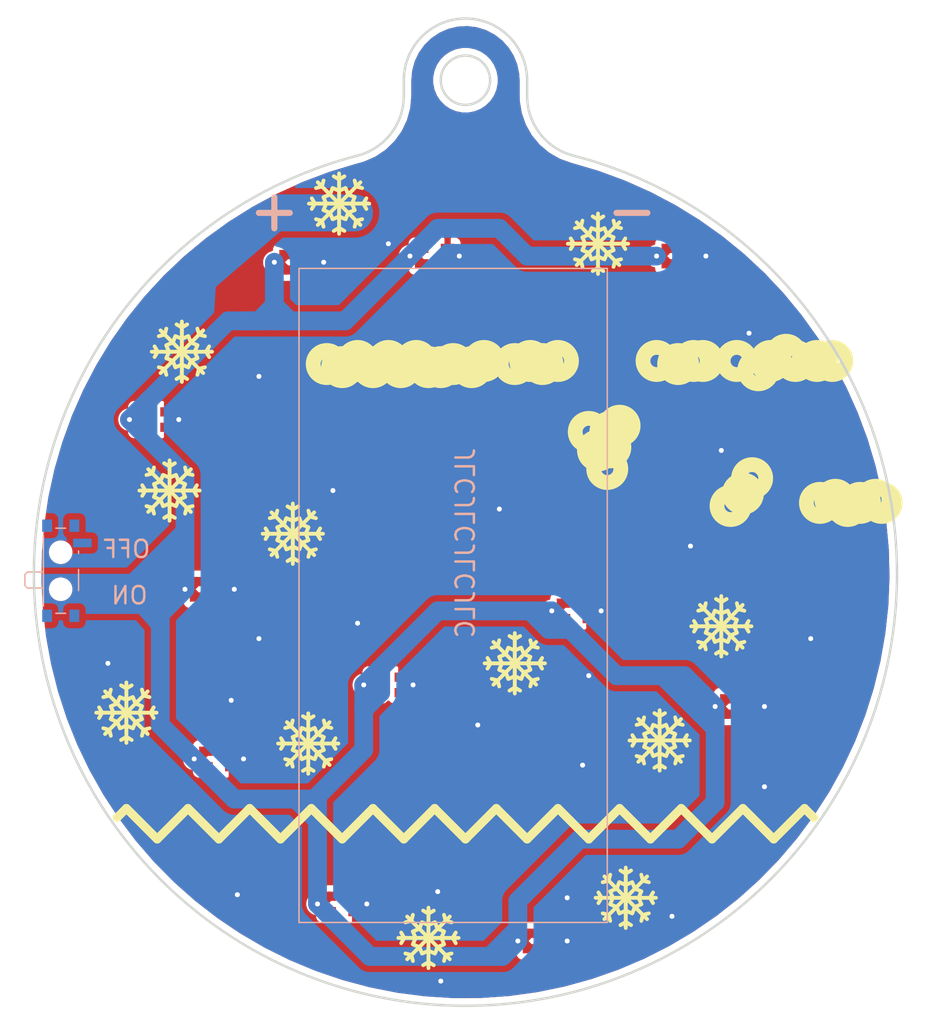
<source format=kicad_pcb>
(kicad_pcb (version 20171130) (host pcbnew "(5.1.10)-1")
  (layers (0 F.Cu signal) (31 B.Cu signal) (34 B.Paste user) (35 F.Paste user) (36 B.SilkS user) (37 F.SilkS user) (38 B.Mask user) (39 F.Mask user) (44 Edge.Cuts user))
  (net 0 "")
  (net 1 "Net-(D1-Pad1)")
  (net 2 "Net-(SW1-Pad3)")
  (net 3 VCC)
  (net 4 GND)
  (module TVZ_kuglica:ukras1 (layer F.Cu) (at 114 82)
    (fp_text reference G*** hide)
    (fp_text value LOGO hide)
  )
  (module TVZ_kuglica:BAT-2xAAA-horizontalni_padovi (layer B.Cu) (at 136.5 101.75)
    (fp_text reference BT1 hide)
    (fp_text value 2xAAA)
    (pad 1 smd oval (at -10 -31 90) (size 3 6) (layers B.Cu B.Paste B.Mask) (net 3 VCC))
    (pad 2 smd oval (at 9 -31 270) (size 3 6) (layers B.Cu B.Paste B.Mask) (net 4 GND))
  )
  (module TVZ_kuglica:ukras1 (layer F.Cu) (at 150 126.25)
    (fp_text reference G*** hide)
    (fp_text value LOGO hide)
  )
  (module TVZ_kuglica:ukras1 (layer F.Cu) (at 134 129.5)
    (fp_text reference G*** hide)
    (fp_text value LOGO hide)
  )
  (module TVZ_kuglica:ukras1 (layer F.Cu) (at 147.75 73.25)
    (fp_text reference G*** hide)
    (fp_text value LOGO hide)
  )
  (module TVZ_kuglica:ukras3 (layer F.Cu) (at 137 68.75)
    (fp_text reference G*** hide)
    (fp_text value LOGO hide)
  )
  (module TVZ_kuglica:ukras1 (layer F.Cu) (at 152.75 113.5)
    (fp_text reference G*** hide)
    (fp_text value LOGO hide)
  )
  (module TVZ_kuglica:ukras1 (layer F.Cu) (at 157.75 104.25)
    (fp_text reference G*** hide)
    (fp_text value LOGO hide)
  )
  (module TVZ_kuglica:ukras1 (layer F.Cu) (at 141 107.25)
    (fp_text reference G*** hide)
    (fp_text value LOGO hide)
  )
  (module TVZ_kuglica:ukras1 (layer F.Cu) (at 124.25 113.75)
    (fp_text reference G*** hide)
    (fp_text value LOGO hide)
  )
  (module TVZ_kuglica:ukras1 (layer F.Cu) (at 109.5 111.25)
    (fp_text reference G*** hide)
    (fp_text value LOGO hide)
  )
  (module TVZ_kuglica:ukras1 (layer F.Cu) (at 123 96.75)
    (fp_text reference G*** hide)
    (fp_text value LOGO hide)
  )
  (module TVZ_kuglica:ukras1 (layer F.Cu) (at 113 93.25)
    (fp_text reference G*** hide)
    (fp_text value LOGO hide)
  )
  (module TVZ_kuglica:ukras1 (layer F.Cu) (at 126.75 70)
    (fp_text reference G*** hide)
    (fp_text value LOGO hide)
  )
  (module Button_Switch_SMD:SW_SPDT_PCM12 (layer B.Cu) (at 104.5 99.75 90)
    (fp_text reference SW1 hide)
    (fp_text value SW_SPDT)
    (pad "" np_thru_hole circle (at -1.5 -0.33 90) (size 0.9 0.9) (drill 0.9) (layers *.Cu *.Mask))
    (pad "" np_thru_hole circle (at 1.5 -0.33 90) (size 0.9 0.9) (drill 0.9) (layers *.Cu *.Mask))
    (pad 1 smd rect (at -2.25 1.43 90) (size 0.7 1.5) (layers B.Cu B.Paste B.Mask) (net 1 "Net-(D1-Pad1)"))
    (pad 2 smd rect (at 0.75 1.43 90) (size 0.7 1.5) (layers B.Cu B.Paste B.Mask) (net 3 VCC))
    (pad 3 smd rect (at 2.25 1.43 90) (size 0.7 1.5) (layers B.Cu B.Paste B.Mask) (net 2 "Net-(SW1-Pad3)"))
    (pad "" smd rect (at -3.65 -1.43 90) (size 1 0.8) (layers B.Cu B.Paste B.Mask))
    (pad "" smd rect (at 3.65 -1.43 90) (size 1 0.8) (layers B.Cu B.Paste B.Mask))
    (pad "" smd rect (at 3.65 0.78 90) (size 1 0.8) (layers B.Cu B.Paste B.Mask))
    (pad "" smd rect (at -3.65 0.78 90) (size 1 0.8) (layers B.Cu B.Paste B.Mask))
  )
  (module TVZ_kuglica:LED-0807 (layer F.Cu) (at 111.75 87.5)
    (fp_text reference D1 hide)
    (fp_text value RGB)
    (pad 1 smd rect (at -1.05 -0.625) (size 1.1 0.75) (layers F.Cu F.Paste F.Mask) (net 1 "Net-(D1-Pad1)"))
    (pad 2 smd rect (at 1.05 -0.625) (size 1.1 0.75) (layers F.Cu F.Paste F.Mask) (net 4 GND))
    (pad 1 smd rect (at -1.05 0.625) (size 1.1 0.75) (layers F.Cu F.Paste F.Mask) (net 1 "Net-(D1-Pad1)"))
    (pad 2 smd rect (at 1.05 0.625) (size 1.1 0.75) (layers F.Cu F.Paste F.Mask) (net 4 GND))
  )
  (module TVZ_kuglica:LED-0807 (layer F.Cu) (at 123.5 74.75)
    (fp_text reference D2 hide)
    (fp_text value RGB)
    (pad 2 smd rect (at 1.05 0.625) (size 1.1 0.75) (layers F.Cu F.Paste F.Mask) (net 4 GND))
    (pad 1 smd rect (at -1.05 0.625) (size 1.1 0.75) (layers F.Cu F.Paste F.Mask) (net 1 "Net-(D1-Pad1)"))
    (pad 2 smd rect (at 1.05 -0.625) (size 1.1 0.75) (layers F.Cu F.Paste F.Mask) (net 4 GND))
    (pad 1 smd rect (at -1.05 -0.625) (size 1.1 0.75) (layers F.Cu F.Paste F.Mask) (net 1 "Net-(D1-Pad1)"))
  )
  (module TVZ_kuglica:LED-0807 (layer F.Cu) (at 154.5 74.25)
    (fp_text reference D3 hide)
    (fp_text value RGB)
    (pad 1 smd rect (at -1.05 -0.625) (size 1.1 0.75) (layers F.Cu F.Paste F.Mask) (net 1 "Net-(D1-Pad1)"))
    (pad 2 smd rect (at 1.05 -0.625) (size 1.1 0.75) (layers F.Cu F.Paste F.Mask) (net 4 GND))
    (pad 1 smd rect (at -1.05 0.625) (size 1.1 0.75) (layers F.Cu F.Paste F.Mask) (net 1 "Net-(D1-Pad1)"))
    (pad 2 smd rect (at 1.05 0.625) (size 1.1 0.75) (layers F.Cu F.Paste F.Mask) (net 4 GND))
  )
  (module TVZ_kuglica:LED-0807 (layer F.Cu) (at 130.75 109)
    (fp_text reference D4 hide)
    (fp_text value RGB)
    (pad 2 smd rect (at 1.05 0.625) (size 1.1 0.75) (layers F.Cu F.Paste F.Mask) (net 4 GND))
    (pad 1 smd rect (at -1.05 0.625) (size 1.1 0.75) (layers F.Cu F.Paste F.Mask) (net 1 "Net-(D1-Pad1)"))
    (pad 2 smd rect (at 1.05 -0.625) (size 1.1 0.75) (layers F.Cu F.Paste F.Mask) (net 4 GND))
    (pad 1 smd rect (at -1.05 -0.625) (size 1.1 0.75) (layers F.Cu F.Paste F.Mask) (net 1 "Net-(D1-Pad1)"))
  )
  (module TVZ_kuglica:LED-0807 (layer F.Cu) (at 117 115)
    (fp_text reference D5 hide)
    (fp_text value RGB)
    (pad 1 smd rect (at -1.05 -0.625) (size 1.1 0.75) (layers F.Cu F.Paste F.Mask) (net 1 "Net-(D1-Pad1)"))
    (pad 2 smd rect (at 1.05 -0.625) (size 1.1 0.75) (layers F.Cu F.Paste F.Mask) (net 4 GND))
    (pad 1 smd rect (at -1.05 0.625) (size 1.1 0.75) (layers F.Cu F.Paste F.Mask) (net 1 "Net-(D1-Pad1)"))
    (pad 2 smd rect (at 1.05 0.625) (size 1.1 0.75) (layers F.Cu F.Paste F.Mask) (net 4 GND))
  )
  (module TVZ_kuglica:LED-0807 (layer F.Cu) (at 116.25 101.25)
    (fp_text reference D6 hide)
    (fp_text value RGB)
    (pad 2 smd rect (at 1.05 0.625) (size 1.1 0.75) (layers F.Cu F.Paste F.Mask) (net 4 GND))
    (pad 1 smd rect (at -1.05 0.625) (size 1.1 0.75) (layers F.Cu F.Paste F.Mask) (net 1 "Net-(D1-Pad1)"))
    (pad 2 smd rect (at 1.05 -0.625) (size 1.1 0.75) (layers F.Cu F.Paste F.Mask) (net 4 GND))
    (pad 1 smd rect (at -1.05 -0.625) (size 1.1 0.75) (layers F.Cu F.Paste F.Mask) (net 1 "Net-(D1-Pad1)"))
  )
  (module TVZ_kuglica:LED-0807 (layer F.Cu) (at 143.25 129.75)
    (fp_text reference D7 hide)
    (fp_text value RGB)
    (pad 1 smd rect (at -1.05 -0.625) (size 1.1 0.75) (layers F.Cu F.Paste F.Mask) (net 1 "Net-(D1-Pad1)"))
    (pad 2 smd rect (at 1.05 -0.625) (size 1.1 0.75) (layers F.Cu F.Paste F.Mask) (net 4 GND))
    (pad 1 smd rect (at -1.05 0.625) (size 1.1 0.75) (layers F.Cu F.Paste F.Mask) (net 1 "Net-(D1-Pad1)"))
    (pad 2 smd rect (at 1.05 0.625) (size 1.1 0.75) (layers F.Cu F.Paste F.Mask) (net 4 GND))
  )
  (module TVZ_kuglica:LED-0807 (layer F.Cu) (at 159.25 110.75)
    (fp_text reference D8 hide)
    (fp_text value RGB)
    (pad 2 smd rect (at 1.05 0.625) (size 1.1 0.75) (layers F.Cu F.Paste F.Mask) (net 4 GND))
    (pad 1 smd rect (at -1.05 0.625) (size 1.1 0.75) (layers F.Cu F.Paste F.Mask) (net 1 "Net-(D1-Pad1)"))
    (pad 2 smd rect (at 1.05 -0.625) (size 1.1 0.75) (layers F.Cu F.Paste F.Mask) (net 4 GND))
    (pad 1 smd rect (at -1.05 -0.625) (size 1.1 0.75) (layers F.Cu F.Paste F.Mask) (net 1 "Net-(D1-Pad1)"))
  )
  (module TVZ_kuglica:LED-0807 (layer F.Cu) (at 134.5 74.25)
    (fp_text reference D9 hide)
    (fp_text value RGB)
    (pad 1 smd rect (at -1.05 -0.625) (size 1.1 0.75) (layers F.Cu F.Paste F.Mask) (net 1 "Net-(D1-Pad1)"))
    (pad 2 smd rect (at 1.05 -0.625) (size 1.1 0.75) (layers F.Cu F.Paste F.Mask) (net 4 GND))
    (pad 1 smd rect (at -1.05 0.625) (size 1.1 0.75) (layers F.Cu F.Paste F.Mask) (net 1 "Net-(D1-Pad1)"))
    (pad 2 smd rect (at 1.05 0.625) (size 1.1 0.75) (layers F.Cu F.Paste F.Mask) (net 4 GND))
  )
  (module TVZ_kuglica:LED-0807 (layer F.Cu) (at 146 103)
    (fp_text reference D10 hide)
    (fp_text value RGB)
    (pad 2 smd rect (at 1.05 0.625) (size 1.1 0.75) (layers F.Cu F.Paste F.Mask) (net 4 GND))
    (pad 1 smd rect (at -1.05 0.625) (size 1.1 0.75) (layers F.Cu F.Paste F.Mask) (net 1 "Net-(D1-Pad1)"))
    (pad 2 smd rect (at 1.05 -0.625) (size 1.1 0.75) (layers F.Cu F.Paste F.Mask) (net 4 GND))
    (pad 1 smd rect (at -1.05 -0.625) (size 1.1 0.75) (layers F.Cu F.Paste F.Mask) (net 1 "Net-(D1-Pad1)"))
  )
  (module TVZ_kuglica:LED-0807 (layer F.Cu) (at 127 126.75)
    (fp_text reference D11 hide)
    (fp_text value RGB)
    (pad 1 smd rect (at -1.05 -0.625) (size 1.1 0.75) (layers F.Cu F.Paste F.Mask) (net 1 "Net-(D1-Pad1)"))
    (pad 2 smd rect (at 1.05 -0.625) (size 1.1 0.75) (layers F.Cu F.Paste F.Mask) (net 4 GND))
    (pad 1 smd rect (at -1.05 0.625) (size 1.1 0.75) (layers F.Cu F.Paste F.Mask) (net 1 "Net-(D1-Pad1)"))
    (pad 2 smd rect (at 1.05 0.625) (size 1.1 0.75) (layers F.Cu F.Paste F.Mask) (net 4 GND))
  )
  (gr_circle (center 149.5 88) (end 150 88) (layer F.SilkS) (width 1.2))
  (gr_circle (center 148.75 88.5) (end 149.25 88.5) (layer F.SilkS) (width 1.2))
  (gr_circle (center 147 88.5) (end 147.5 88.5) (layer F.SilkS) (width 1.2))
  (gr_circle (center 148.75 89.75) (end 149.25 89.75) (layer F.SilkS) (width 1.2))
  (gr_circle (center 147.75 90) (end 148.25 90) (layer F.SilkS) (width 1.2))
  (gr_circle (center 148.5 91.5) (end 149 91.5) (layer F.SilkS) (width 1.2))
  (gr_circle (center 156.25 82.75) (end 156.75 82.75) (layer F.SilkS) (width 1.2))
  (gr_circle (center 155.5 82.75) (end 156 82.75) (layer F.SilkS) (width 1.2))
  (gr_circle (center 154.25 83) (end 154.75 83) (layer F.SilkS) (width 1.2))
  (gr_circle (center 152.5 82.75) (end 153 82.75) (layer F.SilkS) (width 1.2))
  (gr_circle (center 144.5 82.75) (end 145 82.75) (layer F.SilkS) (width 1.2))
  (gr_circle (center 143.25 83) (end 143.75 83) (layer F.SilkS) (width 1.2))
  (gr_circle (center 142.25 82.75) (end 142.75 82.75) (layer F.SilkS) (width 1.2))
  (gr_circle (center 141 83) (end 141.5 83) (layer F.SilkS) (width 1.2))
  (gr_circle (center 166.75 82.75) (end 167.25 82.75) (layer F.SilkS) (width 1.2))
  (gr_circle (center 165.5 82.75) (end 166 82.75) (layer F.SilkS) (width 1.2))
  (gr_circle (center 163.75 82.75) (end 164.25 82.75) (layer F.SilkS) (width 1.2))
  (gr_circle (center 163 82.25) (end 163.5 82.25) (layer F.SilkS) (width 1.2))
  (gr_circle (center 161.75 82.75) (end 162.25 82.75) (layer F.SilkS) (width 1.2))
  (gr_circle (center 160.75 83.5) (end 161.25 83.5) (layer F.SilkS) (width 1.2))
  (gr_circle (center 159 82.75) (end 159.5 82.75) (layer F.SilkS) (width 1.2))
  (gr_circle (center 160.25 92.25) (end 160.75 92.25) (layer F.SilkS) (width 1.2))
  (gr_circle (center 159.5 93.5) (end 160 93.5) (layer F.SilkS) (width 1.2))
  (gr_circle (center 158.5 94.5) (end 159 94.5) (layer F.SilkS) (width 1.2))
  (gr_circle (center 170.75 94.25) (end 171.25 94.25) (layer F.SilkS) (width 1.2))
  (gr_circle (center 170.25 94) (end 170.75 94) (layer F.SilkS) (width 1.2))
  (gr_circle (center 169 94.25) (end 169.5 94.25) (layer F.SilkS) (width 1.2))
  (gr_circle (center 168 94.5) (end 168.5 94.5) (layer F.SilkS) (width 1.2))
  (gr_circle (center 167 94) (end 167.5 94) (layer F.SilkS) (width 1.2))
  (gr_circle (center 165.75 94.25) (end 166.25 94.25) (layer F.SilkS) (width 1.2))
  (gr_circle (center 138.5 82.75) (end 139 82.75) (layer F.SilkS) (width 1.2))
  (gr_circle (center 137.5 83.25) (end 138 83.25) (layer F.SilkS) (width 1.2))
  (gr_circle (center 136 83) (end 136.5 83) (layer F.SilkS) (width 1.2))
  (gr_circle (center 135 83.25) (end 135.5 83.25) (layer F.SilkS) (width 1.2))
  (gr_circle (center 134 83.25) (end 134.5 83.25) (layer F.SilkS) (width 1.2))
  (gr_circle (center 133 82.75) (end 133.5 82.75) (layer F.SilkS) (width 1.2))
  (gr_circle (center 131.75 83.25) (end 132.25 83.25) (layer F.SilkS) (width 1.2))
  (gr_circle (center 130.75 82.75) (end 131.25 82.75) (layer F.SilkS) (width 1.2))
  (gr_circle (center 129.5 83.25) (end 130 83.25) (layer F.SilkS) (width 1.2))
  (gr_circle (center 128.25 82.75) (end 128.75 82.75) (layer F.SilkS) (width 1.2))
  (gr_circle (center 127 83.25) (end 127.5 83.25) (layer F.SilkS) (width 1.2))
  (gr_circle (center 125.75 83) (end 126.25 83) (layer F.SilkS) (width 1.2))
  (gr_line (start 157 121.5) (end 154.5 119) (layer F.SilkS) (width 0.7))
  (gr_line (start 122 121.5) (end 119.5 119) (layer F.SilkS) (width 0.7))
  (gr_line (start 117 121.5) (end 114.5 119) (layer F.SilkS) (width 0.7))
  (gr_line (start 129.5 119) (end 127 121.5) (layer F.SilkS) (width 0.7))
  (gr_line (start 137 121.5) (end 134.5 119) (layer F.SilkS) (width 0.7))
  (gr_line (start 112 121.5) (end 109.5 119) (layer F.SilkS) (width 0.7))
  (gr_line (start 139.5 119) (end 137 121.5) (layer F.SilkS) (width 0.7))
  (gr_line (start 134.5 119) (end 132 121.5) (layer F.SilkS) (width 0.7))
  (gr_line (start 152 121.5) (end 149.5 119) (layer F.SilkS) (width 0.7))
  (gr_line (start 109.5 119) (end 108.75 119.75) (layer F.SilkS) (width 0.7))
  (gr_line (start 147 121.5) (end 144.5 119) (layer F.SilkS) (width 0.7))
  (gr_line (start 154.5 119) (end 152 121.5) (layer F.SilkS) (width 0.7))
  (gr_line (start 165.25 119.75) (end 164.5 119) (layer F.SilkS) (width 0.7))
  (gr_line (start 127 121.5) (end 124.5 119) (layer F.SilkS) (width 0.7))
  (gr_line (start 162 121.5) (end 159.5 119) (layer F.SilkS) (width 0.7))
  (gr_line (start 114.5 119) (end 112 121.5) (layer F.SilkS) (width 0.7))
  (gr_line (start 159.5 119) (end 157 121.5) (layer F.SilkS) (width 0.7))
  (gr_line (start 149.5 119) (end 147 121.5) (layer F.SilkS) (width 0.7))
  (gr_line (start 119.5 119) (end 117 121.5) (layer F.SilkS) (width 0.7))
  (gr_line (start 142 121.5) (end 139.5 119) (layer F.SilkS) (width 0.7))
  (gr_line (start 124.5 119) (end 122 121.5) (layer F.SilkS) (width 0.7))
  (gr_line (start 144.5 119) (end 142 121.5) (layer F.SilkS) (width 0.7))
  (gr_line (start 132 121.5) (end 129.5 119) (layer F.SilkS) (width 0.7))
  (gr_line (start 164.5 119) (end 162 121.5) (layer F.SilkS) (width 0.7))
  (gr_line (start 132 61.270167) (end 132 60) (layer Edge.Cuts) (width 0.2))
  (gr_arc (start 147 61.270167) (end 142 61.270167) (angle -75.52248781) (layer Edge.Cuts) (width 0.2))
  (gr_arc (start 137 60) (end 142 60) (angle -180) (layer Edge.Cuts) (width 0.2))
  (gr_arc (start 137 100) (end 128.249999 66.111396) (angle -331.0449756) (layer Edge.Cuts) (width 0.2))
  (gr_arc (start 126.999999 61.270167) (end 128.249999 66.111396) (angle -75.52248781) (layer Edge.Cuts) (width 0.2))
  (gr_line (start 142 60) (end 142 61.270167) (layer Edge.Cuts) (width 0.2))
  (gr_text ON (at 109.75 101.75) (layer B.SilkS) (effects (font (size 1.4 1.4) (thickness 0.2)) (justify mirror)))
  (gr_text OFF (at 109.5 98) (layer B.SilkS) (effects (font (size 1.4 1.4) (thickness 0.2)) (justify mirror)))
  (gr_text JLCJLCJLCJLC (at 137 97.5 90) (layer B.SilkS) (effects (font (size 1.5 1.5) (thickness 0.2)) (justify mirror)))
  (gr_circle (center 137 60) (end 139 60) (layer Edge.Cuts) (width 0.2))
  (via (at 144 103) (size 0.8) (drill 0.4) (layers F.Cu B.Cu) (net 1))
  (via (at 157.25 110.75) (size 0.8) (drill 0.4) (layers F.Cu B.Cu) (net 1))
  (via (at 141.25 129.75) (size 0.8) (drill 0.4) (layers F.Cu B.Cu) (net 1))
  (via (at 109.75 87.5) (size 0.8) (drill 0.4) (layers F.Cu B.Cu) (net 1))
  (via (at 121.5 74.75) (size 0.8) (drill 0.4) (layers F.Cu B.Cu) (net 1))
  (via (at 132.5 74.25) (size 0.8) (drill 0.4) (layers F.Cu B.Cu) (net 1))
  (via (at 152.5 74.25) (size 0.8) (drill 0.4) (layers F.Cu B.Cu) (net 1))
  (via (at 128.75 109) (size 0.8) (drill 0.4) (layers F.Cu B.Cu) (net 1))
  (via (at 114.25 101.25) (size 0.8) (drill 0.4) (layers F.Cu B.Cu) (net 1))
  (via (at 115 115) (size 0.8) (drill 0.4) (layers F.Cu B.Cu) (net 1))
  (segment (start 115.325 115) (end 115.95 114.375) (width 0.762) (layer F.Cu) (net 1))
  (segment (start 115.325 115) (end 115.95 115.625) (width 0.762) (layer F.Cu) (net 1))
  (segment (start 115 115) (end 115.325 115) (width 0.762) (layer F.Cu) (net 1))
  (segment (start 114.575 101.25) (end 115.2 100.625) (width 0.762) (layer F.Cu) (net 1))
  (segment (start 114.575 101.25) (end 115.2 101.875) (width 0.762) (layer F.Cu) (net 1))
  (segment (start 114.25 101.25) (end 114.575 101.25) (width 0.762) (layer F.Cu) (net 1))
  (segment (start 129.075 109) (end 129.7 109.625) (width 0.762) (layer F.Cu) (net 1))
  (segment (start 129.075 109) (end 129.7 108.375) (width 0.762) (layer F.Cu) (net 1))
  (segment (start 128.75 109) (end 129.075 109) (width 0.762) (layer F.Cu) (net 1))
  (segment (start 152.825 74.25) (end 153.45 74.875) (width 0.762) (layer F.Cu) (net 1))
  (segment (start 152.825 74.25) (end 153.45 73.625) (width 0.762) (layer F.Cu) (net 1))
  (segment (start 157.575 110.75) (end 158.2 110.125) (width 0.762) (layer F.Cu) (net 1))
  (segment (start 157.575 110.75) (end 158.2 111.375) (width 0.762) (layer F.Cu) (net 1))
  (segment (start 157.25 110.75) (end 157.575 110.75) (width 0.762) (layer F.Cu) (net 1))
  (segment (start 144.325 103) (end 144.95 102.375) (width 0.762) (layer F.Cu) (net 1))
  (segment (start 144.325 103) (end 144.95 103.625) (width 0.762) (layer F.Cu) (net 1))
  (segment (start 144 103) (end 144.325 103) (width 0.762) (layer F.Cu) (net 1))
  (segment (start 110.075 87.5) (end 110.7 86.875) (width 0.762) (layer F.Cu) (net 1))
  (segment (start 110.075 87.5) (end 110.7 88.125) (width 0.762) (layer F.Cu) (net 1))
  (segment (start 109.75 87.5) (end 110.075 87.5) (width 0.762) (layer F.Cu) (net 1))
  (segment (start 121.825 74.75) (end 122.45 74.125) (width 0.762) (layer F.Cu) (net 1))
  (segment (start 121.825 74.75) (end 122.45 75.375) (width 0.762) (layer F.Cu) (net 1))
  (segment (start 121.5 74.75) (end 121.825 74.75) (width 0.762) (layer F.Cu) (net 1))
  (segment (start 132.825 74.25) (end 133.45 73.625) (width 0.762) (layer F.Cu) (net 1))
  (segment (start 132.825 74.25) (end 133.45 74.875) (width 0.762) (layer F.Cu) (net 1))
  (segment (start 141.575 129.75) (end 142.2 130.375) (width 0.762) (layer F.Cu) (net 1))
  (segment (start 141.575 129.75) (end 142.2 129.125) (width 0.762) (layer F.Cu) (net 1))
  (segment (start 141.25 129.75) (end 141.575 129.75) (width 0.762) (layer F.Cu) (net 1))
  (segment (start 115 115) (end 112.25 112.25) (width 1.524) (layer B.Cu) (net 1))
  (segment (start 112.25 112.25) (end 112.25 103.25) (width 1.524) (layer B.Cu) (net 1))
  (segment (start 112.25 103.25) (end 114.25 101.25) (width 1.524) (layer B.Cu) (net 1))
  (segment (start 114.25 95.25) (end 114.25 92) (width 1.524) (layer B.Cu) (net 1))
  (segment (start 111.25 86) (end 111.375 85.875) (width 1.524) (layer B.Cu) (net 1))
  (segment (start 111.375 85.875) (end 116.75 80.5) (width 1.524) (layer B.Cu) (net 1))
  (segment (start 109.75 87.5) (end 111.375 85.875) (width 1.524) (layer B.Cu) (net 1))
  (segment (start 111.25 89) (end 111.25 86) (width 1.524) (layer B.Cu) (net 1))
  (segment (start 114.25 92) (end 111.25 89) (width 1.524) (layer B.Cu) (net 1))
  (segment (start 111.25 89) (end 109.75 87.5) (width 1.524) (layer B.Cu) (net 1))
  (segment (start 145.5 104.5) (end 143.75 104.5) (width 1.524) (layer B.Cu) (net 1))
  (segment (start 142.25 103) (end 134.75 103) (width 1.524) (layer B.Cu) (net 1))
  (segment (start 143.75 104.5) (end 142.25 103) (width 1.524) (layer B.Cu) (net 1))
  (segment (start 144 103) (end 142.25 103) (width 1.524) (layer B.Cu) (net 1))
  (segment (start 145.5 104.5) (end 144 103) (width 1.524) (layer B.Cu) (net 1))
  (segment (start 128.75 114.25) (end 124.75 118.25) (width 1.524) (layer B.Cu) (net 1))
  (segment (start 118.25 118.25) (end 115 115) (width 1.524) (layer B.Cu) (net 1))
  (segment (start 130.125 109.625) (end 128.75 111) (width 1.524) (layer B.Cu) (net 1))
  (segment (start 128.75 111) (end 128.75 114.25) (width 1.524) (layer B.Cu) (net 1))
  (segment (start 128.75 109) (end 128.75 111) (width 1.524) (layer B.Cu) (net 1))
  (segment (start 134.75 103) (end 130.125 107.625) (width 1.524) (layer B.Cu) (net 1))
  (segment (start 130.125 107.625) (end 130.125 109.625) (width 1.524) (layer B.Cu) (net 1))
  (segment (start 130.125 107.625) (end 128.75 109) (width 1.524) (layer B.Cu) (net 1))
  (segment (start 134.75 72) (end 132.5 74.25) (width 1.524) (layer B.Cu) (net 1))
  (segment (start 139.75 72) (end 134.75 72) (width 1.524) (layer B.Cu) (net 1))
  (segment (start 142 74.25) (end 139.75 72) (width 1.524) (layer B.Cu) (net 1))
  (segment (start 152.5 74.25) (end 142 74.25) (width 1.524) (layer B.Cu) (net 1))
  (segment (start 117.75 79.5) (end 116.75 80.5) (width 1.524) (layer B.Cu) (net 1))
  (segment (start 127.25 79.5) (end 132.5 74.25) (width 1.524) (layer B.Cu) (net 1))
  (segment (start 119.5 79.5) (end 119 79.5) (width 1.524) (layer B.Cu) (net 1))
  (segment (start 117.75 79.5) (end 119.5 79.5) (width 1.524) (layer B.Cu) (net 1))
  (segment (start 141.25 126.5) (end 146.25 121.5) (width 1.524) (layer B.Cu) (net 1))
  (segment (start 146.25 121.5) (end 154.25 121.5) (width 1.524) (layer B.Cu) (net 1))
  (segment (start 154.25 121.5) (end 157.25 118.5) (width 1.524) (layer B.Cu) (net 1))
  (segment (start 157.25 112.5) (end 157.25 110.75) (width 1.524) (layer B.Cu) (net 1))
  (segment (start 157.25 118.5) (end 157.25 112.5) (width 1.524) (layer B.Cu) (net 1))
  (segment (start 157.25 110.75) (end 154.75 108.25) (width 1.524) (layer B.Cu) (net 1))
  (segment (start 149.25 108.25) (end 147.75 106.75) (width 1.524) (layer B.Cu) (net 1))
  (segment (start 147.75 106.75) (end 145.5 104.5) (width 1.524) (layer B.Cu) (net 1))
  (segment (start 157.25 112.5) (end 153 108.25) (width 1.524) (layer B.Cu) (net 1))
  (segment (start 153 108.25) (end 149.25 108.25) (width 1.524) (layer B.Cu) (net 1))
  (segment (start 154.75 108.25) (end 153 108.25) (width 1.524) (layer B.Cu) (net 1))
  (segment (start 112.25 101.25) (end 114.25 99.25) (width 1.524) (layer B.Cu) (net 1))
  (segment (start 112.25 103.25) (end 112.25 101.25) (width 1.524) (layer B.Cu) (net 1))
  (segment (start 114.25 99.25) (end 114.25 95.25) (width 1.524) (layer B.Cu) (net 1))
  (segment (start 114.25 101.25) (end 114.25 99.25) (width 1.524) (layer B.Cu) (net 1))
  (via (at 125 126.75) (size 0.8) (drill 0.4) (layers F.Cu B.Cu) (net 1))
  (segment (start 125.325 126.75) (end 125.95 126.125) (width 0.762) (layer F.Cu) (net 1))
  (segment (start 125.325 126.75) (end 125.95 127.375) (width 0.762) (layer F.Cu) (net 1))
  (segment (start 125 126.75) (end 125.325 126.75) (width 0.762) (layer F.Cu) (net 1))
  (segment (start 125 118.5) (end 124.75 118.25) (width 1.524) (layer B.Cu) (net 1))
  (segment (start 123.25 118.25) (end 125 120) (width 1.524) (layer B.Cu) (net 1))
  (segment (start 125 120) (end 125 118.5) (width 1.524) (layer B.Cu) (net 1))
  (segment (start 124.75 118.25) (end 123.25 118.25) (width 1.524) (layer B.Cu) (net 1))
  (segment (start 125 126.75) (end 125 120) (width 1.524) (layer B.Cu) (net 1))
  (segment (start 123.25 118.25) (end 118.25 118.25) (width 1.524) (layer B.Cu) (net 1))
  (segment (start 141.25 129.75) (end 140 131) (width 1.524) (layer B.Cu) (net 1))
  (segment (start 129.25 131) (end 125 126.75) (width 1.524) (layer B.Cu) (net 1))
  (segment (start 138.75 131) (end 139 131) (width 1.524) (layer B.Cu) (net 1))
  (segment (start 139 131) (end 141.25 128.75) (width 1.524) (layer B.Cu) (net 1))
  (segment (start 141.25 128.75) (end 141.25 126.5) (width 1.524) (layer B.Cu) (net 1))
  (segment (start 141.25 129.75) (end 141.25 128.75) (width 1.524) (layer B.Cu) (net 1))
  (segment (start 140 131) (end 138.75 131) (width 1.524) (layer B.Cu) (net 1))
  (segment (start 138.75 131) (end 129.25 131) (width 1.524) (layer B.Cu) (net 1))
  (segment (start 121.5 79.25) (end 121.75 79.5) (width 1.524) (layer B.Cu) (net 1))
  (segment (start 119.5 79.5) (end 121.75 79.5) (width 1.524) (layer B.Cu) (net 1))
  (segment (start 119.5 79.5) (end 120.25 79.5) (width 1.524) (layer B.Cu) (net 1))
  (segment (start 121.5 78.25) (end 121.5 79.25) (width 1.524) (layer B.Cu) (net 1))
  (segment (start 120.25 79.5) (end 121.5 78.25) (width 1.524) (layer B.Cu) (net 1))
  (segment (start 121.5 74.75) (end 121.5 78.25) (width 1.524) (layer B.Cu) (net 1))
  (segment (start 121.5 78.25) (end 122.75 79.5) (width 1.524) (layer B.Cu) (net 1))
  (segment (start 122.75 79.5) (end 127.25 79.5) (width 1.524) (layer B.Cu) (net 1))
  (segment (start 121.75 79.5) (end 122.75 79.5) (width 1.524) (layer B.Cu) (net 1))
  (segment (start 105.93 99) (end 108.75 99) (width 0.762) (layer B.Cu) (net 3))
  (segment (start 108.75 99) (end 109.75 98) (width 0.762) (layer B.Cu) (net 3))
  (segment (start 109.75 98) (end 109.75 94) (width 0.762) (layer B.Cu) (net 3))
  (segment (start 109.75 94) (end 107.25 91.5) (width 0.762) (layer B.Cu) (net 3))
  (segment (start 107.25 91.5) (end 107.25 86) (width 0.762) (layer B.Cu) (net 3))
  (segment (start 107.25 86) (end 113.5 79.75) (width 0.762) (layer B.Cu) (net 3))
  (segment (start 113.5 79.75) (end 113.5 77) (width 0.762) (layer B.Cu) (net 3))
  (segment (start 119.75 70.75) (end 126.5 70.75) (width 0.762) (layer B.Cu) (net 3))
  (segment (start 113.5 77) (end 119.75 70.75) (width 0.762) (layer B.Cu) (net 3))
  (via (at 118.5 126) (size 0.8) (drill 0.4) (layers F.Cu B.Cu) (net 4))
  (via (at 134.75 125.75) (size 0.8) (drill 0.4) (layers F.Cu B.Cu) (net 4))
  (via (at 135 133) (size 0.8) (drill 0.4) (layers F.Cu B.Cu) (net 4))
  (via (at 145.25 126.25) (size 0.8) (drill 0.4) (layers F.Cu B.Cu) (net 4))
  (via (at 153.75 127.75) (size 0.8) (drill 0.4) (layers F.Cu B.Cu) (net 4))
  (via (at 160 80.5) (size 0.8) (drill 0.4) (layers F.Cu B.Cu) (net 4))
  (via (at 130.75 73.25) (size 0.8) (drill 0.4) (layers F.Cu B.Cu) (net 4))
  (via (at 120.25 84) (size 0.8) (drill 0.4) (layers F.Cu B.Cu) (net 4))
  (via (at 126.25 93.25) (size 0.8) (drill 0.4) (layers F.Cu B.Cu) (net 4))
  (via (at 120.25 105.25) (size 0.8) (drill 0.4) (layers F.Cu B.Cu) (net 4))
  (via (at 128.25 104) (size 0.8) (drill 0.4) (layers F.Cu B.Cu) (net 4))
  (via (at 108 107.25) (size 0.8) (drill 0.4) (layers F.Cu B.Cu) (net 4))
  (via (at 118 110.25) (size 0.8) (drill 0.4) (layers F.Cu B.Cu) (net 4))
  (via (at 138 112.25) (size 0.8) (drill 0.4) (layers F.Cu B.Cu) (net 4))
  (via (at 146.5 115.5) (size 0.8) (drill 0.4) (layers F.Cu B.Cu) (net 4))
  (via (at 147 108.25) (size 0.8) (drill 0.4) (layers F.Cu B.Cu) (net 4))
  (via (at 165 105.25) (size 0.8) (drill 0.4) (layers F.Cu B.Cu) (net 4))
  (via (at 161.25 117.25) (size 0.8) (drill 0.4) (layers F.Cu B.Cu) (net 4))
  (via (at 155.25 97.75) (size 0.8) (drill 0.4) (layers F.Cu B.Cu) (net 4))
  (via (at 157.75 90) (size 0.8) (drill 0.4) (layers F.Cu B.Cu) (net 4))
  (via (at 139.75 94.75) (size 0.8) (drill 0.4) (layers F.Cu B.Cu) (net 4))
  (via (at 161.25 110.75) (size 0.8) (drill 0.4) (layers F.Cu B.Cu) (net 4))
  (via (at 132.75 109) (size 0.8) (drill 0.4) (layers F.Cu B.Cu) (net 4))
  (via (at 148 103) (size 0.8) (drill 0.4) (layers F.Cu B.Cu) (net 4))
  (via (at 119 115) (size 0.8) (drill 0.4) (layers F.Cu B.Cu) (net 4))
  (via (at 118.25 101.25) (size 0.8) (drill 0.4) (layers F.Cu B.Cu) (net 4))
  (via (at 145.25 129.75) (size 0.8) (drill 0.4) (layers F.Cu B.Cu) (net 4))
  (via (at 113.75 87.5) (size 0.8) (drill 0.4) (layers F.Cu B.Cu) (net 4))
  (via (at 136.5 74.25) (size 0.8) (drill 0.4) (layers F.Cu B.Cu) (net 4))
  (via (at 156.5 74.25) (size 0.8) (drill 0.4) (layers F.Cu B.Cu) (net 4))
  (via (at 125.5 74.75) (size 0.8) (drill 0.4) (layers F.Cu B.Cu) (net 4))
  (via (at 129 126.75) (size 0.8) (drill 0.4) (layers F.Cu B.Cu) (net 4))
  (zone (net 4) (net_name GND) (layer F.Cu) (connect_pads (clearance 0.508)) (min_thickness 0.254) (fill yes (arc_segments 32) (thermal_gap 0.508) (thermal_bridge_width 0.508))
    (polygon (pts (xy 175.75 53.5) (xy 175.75 136.5) (xy 99.25 136.5) (xy 99.25 53.75)))
  )
  (zone (net 4) (net_name GND) (layer B.Cu) (connect_pads yes (clearance 0.508)) (min_thickness 0.254) (fill yes (arc_segments 32) (thermal_gap 0.508) (thermal_bridge_width 0.508))
    (polygon (pts (xy 175.75 53.5) (xy 175.75 136.5) (xy 99.25 136.5) (xy 99.25 53.75)))
  )
  (zone (net 3) (net_name VCC) (layer B.Cu) (priority 1) (connect_pads yes (clearance 0.508)) (min_thickness 0.254) (fill yes (arc_segments 32) (thermal_gap 0.508) (thermal_bridge_width 0.508))
    (polygon (pts (xy 125 72.25) (xy 122 72.25) (xy 116.75 76.75) (xy 116.5 80.75) (xy 111 86.25) (xy 110.75 88.25) (xy 113.75 91.5) (xy 113.75 96) (xy 109.75 100) (xy 101.25 100) (xy 101.25 69.25) (xy 125 69.25)))
  )
  (zone (net 1) (net_name "Net-(D1-Pad1)") (layer B.Cu) (priority 2) (connect_pads yes (clearance 0.508)) (min_thickness 0.254) (fill yes (arc_segments 32) (thermal_gap 0.508) (thermal_bridge_width 0.508))
    (polygon (pts (xy 114.25 101.25) (xy 112.25 103.25) (xy 112.25 105.25) (xy 110.5 103.25) (xy 101.25 103.25) (xy 101.25 100) (xy 109.75 100) (xy 114.25 95.5)))
  )
)
</source>
